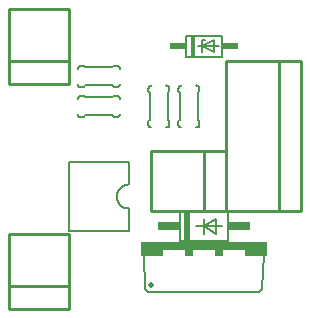
<source format=gto>
G75*
%MOIN*%
%OFA0B0*%
%FSLAX25Y25*%
%IPPOS*%
%LPD*%
%AMOC8*
5,1,8,0,0,1.08239X$1,22.5*
%
%ADD10C,0.00600*%
%ADD11R,0.01500X0.07000*%
%ADD12R,0.05500X0.02000*%
%ADD13C,0.01000*%
%ADD14C,0.02000*%
%ADD15R,0.42000X0.03000*%
%ADD16R,0.07500X0.02000*%
%ADD17R,0.03000X0.02000*%
%ADD18R,0.02000X0.10000*%
%ADD19R,0.07500X0.03000*%
D10*
X0138500Y0225000D02*
X0137500Y0226000D01*
X0137000Y0237500D01*
X0132000Y0245500D02*
X0132000Y0253000D01*
X0131874Y0253002D01*
X0131749Y0253008D01*
X0131624Y0253018D01*
X0131499Y0253032D01*
X0131374Y0253049D01*
X0131250Y0253071D01*
X0131127Y0253096D01*
X0131005Y0253126D01*
X0130884Y0253159D01*
X0130764Y0253196D01*
X0130645Y0253236D01*
X0130528Y0253281D01*
X0130411Y0253329D01*
X0130297Y0253381D01*
X0130184Y0253436D01*
X0130073Y0253495D01*
X0129964Y0253557D01*
X0129857Y0253623D01*
X0129752Y0253692D01*
X0129649Y0253764D01*
X0129548Y0253839D01*
X0129450Y0253918D01*
X0129355Y0254000D01*
X0129262Y0254084D01*
X0129172Y0254172D01*
X0129084Y0254262D01*
X0129000Y0254355D01*
X0128918Y0254450D01*
X0128839Y0254548D01*
X0128764Y0254649D01*
X0128692Y0254752D01*
X0128623Y0254857D01*
X0128557Y0254964D01*
X0128495Y0255073D01*
X0128436Y0255184D01*
X0128381Y0255297D01*
X0128329Y0255411D01*
X0128281Y0255528D01*
X0128236Y0255645D01*
X0128196Y0255764D01*
X0128159Y0255884D01*
X0128126Y0256005D01*
X0128096Y0256127D01*
X0128071Y0256250D01*
X0128049Y0256374D01*
X0128032Y0256499D01*
X0128018Y0256624D01*
X0128008Y0256749D01*
X0128002Y0256874D01*
X0128000Y0257000D01*
X0128002Y0257126D01*
X0128008Y0257251D01*
X0128018Y0257376D01*
X0128032Y0257501D01*
X0128049Y0257626D01*
X0128071Y0257750D01*
X0128096Y0257873D01*
X0128126Y0257995D01*
X0128159Y0258116D01*
X0128196Y0258236D01*
X0128236Y0258355D01*
X0128281Y0258472D01*
X0128329Y0258589D01*
X0128381Y0258703D01*
X0128436Y0258816D01*
X0128495Y0258927D01*
X0128557Y0259036D01*
X0128623Y0259143D01*
X0128692Y0259248D01*
X0128764Y0259351D01*
X0128839Y0259452D01*
X0128918Y0259550D01*
X0129000Y0259645D01*
X0129084Y0259738D01*
X0129172Y0259828D01*
X0129262Y0259916D01*
X0129355Y0260000D01*
X0129450Y0260082D01*
X0129548Y0260161D01*
X0129649Y0260236D01*
X0129752Y0260308D01*
X0129857Y0260377D01*
X0129964Y0260443D01*
X0130073Y0260505D01*
X0130184Y0260564D01*
X0130297Y0260619D01*
X0130411Y0260671D01*
X0130528Y0260719D01*
X0130645Y0260764D01*
X0130764Y0260804D01*
X0130884Y0260841D01*
X0131005Y0260874D01*
X0131127Y0260904D01*
X0131250Y0260929D01*
X0131374Y0260951D01*
X0131499Y0260968D01*
X0131624Y0260982D01*
X0131749Y0260992D01*
X0131874Y0260998D01*
X0132000Y0261000D01*
X0132000Y0268500D01*
X0112000Y0268500D01*
X0112000Y0245500D01*
X0132000Y0245500D01*
X0149000Y0242000D02*
X0149000Y0252000D01*
X0165000Y0252000D01*
X0165000Y0242000D01*
X0149000Y0242000D01*
X0154500Y0247000D02*
X0157000Y0247000D01*
X0157000Y0244500D01*
X0157000Y0247000D02*
X0157000Y0249500D01*
X0157000Y0247000D02*
X0161000Y0249500D01*
X0161000Y0244500D01*
X0157000Y0247000D01*
X0163000Y0247000D01*
X0177000Y0237500D02*
X0176500Y0226000D01*
X0175500Y0225000D01*
X0138500Y0225000D01*
X0138500Y0281000D02*
X0138500Y0282000D01*
X0139000Y0282500D01*
X0139000Y0291500D01*
X0138500Y0292000D01*
X0138500Y0293000D01*
X0138502Y0293060D01*
X0138507Y0293121D01*
X0138516Y0293180D01*
X0138529Y0293239D01*
X0138545Y0293298D01*
X0138565Y0293355D01*
X0138588Y0293410D01*
X0138615Y0293465D01*
X0138644Y0293517D01*
X0138677Y0293568D01*
X0138713Y0293617D01*
X0138751Y0293663D01*
X0138793Y0293707D01*
X0138837Y0293749D01*
X0138883Y0293787D01*
X0138932Y0293823D01*
X0138983Y0293856D01*
X0139035Y0293885D01*
X0139090Y0293912D01*
X0139145Y0293935D01*
X0139202Y0293955D01*
X0139261Y0293971D01*
X0139320Y0293984D01*
X0139379Y0293993D01*
X0139440Y0293998D01*
X0139500Y0294000D01*
X0144500Y0294000D02*
X0144560Y0293998D01*
X0144621Y0293993D01*
X0144680Y0293984D01*
X0144739Y0293971D01*
X0144798Y0293955D01*
X0144855Y0293935D01*
X0144910Y0293912D01*
X0144965Y0293885D01*
X0145017Y0293856D01*
X0145068Y0293823D01*
X0145117Y0293787D01*
X0145163Y0293749D01*
X0145207Y0293707D01*
X0145249Y0293663D01*
X0145287Y0293617D01*
X0145323Y0293568D01*
X0145356Y0293517D01*
X0145385Y0293465D01*
X0145412Y0293410D01*
X0145435Y0293355D01*
X0145455Y0293298D01*
X0145471Y0293239D01*
X0145484Y0293180D01*
X0145493Y0293121D01*
X0145498Y0293060D01*
X0145500Y0293000D01*
X0145500Y0292000D01*
X0145000Y0291500D01*
X0145000Y0282500D01*
X0145500Y0282000D01*
X0145500Y0281000D01*
X0145498Y0280940D01*
X0145493Y0280879D01*
X0145484Y0280820D01*
X0145471Y0280761D01*
X0145455Y0280702D01*
X0145435Y0280645D01*
X0145412Y0280590D01*
X0145385Y0280535D01*
X0145356Y0280483D01*
X0145323Y0280432D01*
X0145287Y0280383D01*
X0145249Y0280337D01*
X0145207Y0280293D01*
X0145163Y0280251D01*
X0145117Y0280213D01*
X0145068Y0280177D01*
X0145017Y0280144D01*
X0144965Y0280115D01*
X0144910Y0280088D01*
X0144855Y0280065D01*
X0144798Y0280045D01*
X0144739Y0280029D01*
X0144680Y0280016D01*
X0144621Y0280007D01*
X0144560Y0280002D01*
X0144500Y0280000D01*
X0148500Y0281000D02*
X0148500Y0282000D01*
X0149000Y0282500D01*
X0149000Y0291500D01*
X0148500Y0292000D01*
X0148500Y0293000D01*
X0148502Y0293060D01*
X0148507Y0293121D01*
X0148516Y0293180D01*
X0148529Y0293239D01*
X0148545Y0293298D01*
X0148565Y0293355D01*
X0148588Y0293410D01*
X0148615Y0293465D01*
X0148644Y0293517D01*
X0148677Y0293568D01*
X0148713Y0293617D01*
X0148751Y0293663D01*
X0148793Y0293707D01*
X0148837Y0293749D01*
X0148883Y0293787D01*
X0148932Y0293823D01*
X0148983Y0293856D01*
X0149035Y0293885D01*
X0149090Y0293912D01*
X0149145Y0293935D01*
X0149202Y0293955D01*
X0149261Y0293971D01*
X0149320Y0293984D01*
X0149379Y0293993D01*
X0149440Y0293998D01*
X0149500Y0294000D01*
X0154500Y0294000D02*
X0154560Y0293998D01*
X0154621Y0293993D01*
X0154680Y0293984D01*
X0154739Y0293971D01*
X0154798Y0293955D01*
X0154855Y0293935D01*
X0154910Y0293912D01*
X0154965Y0293885D01*
X0155017Y0293856D01*
X0155068Y0293823D01*
X0155117Y0293787D01*
X0155163Y0293749D01*
X0155207Y0293707D01*
X0155249Y0293663D01*
X0155287Y0293617D01*
X0155323Y0293568D01*
X0155356Y0293517D01*
X0155385Y0293465D01*
X0155412Y0293410D01*
X0155435Y0293355D01*
X0155455Y0293298D01*
X0155471Y0293239D01*
X0155484Y0293180D01*
X0155493Y0293121D01*
X0155498Y0293060D01*
X0155500Y0293000D01*
X0155500Y0292000D01*
X0155000Y0291500D01*
X0155000Y0282500D01*
X0155500Y0282000D01*
X0155500Y0281000D01*
X0155498Y0280940D01*
X0155493Y0280879D01*
X0155484Y0280820D01*
X0155471Y0280761D01*
X0155455Y0280702D01*
X0155435Y0280645D01*
X0155412Y0280590D01*
X0155385Y0280535D01*
X0155356Y0280483D01*
X0155323Y0280432D01*
X0155287Y0280383D01*
X0155249Y0280337D01*
X0155207Y0280293D01*
X0155163Y0280251D01*
X0155117Y0280213D01*
X0155068Y0280177D01*
X0155017Y0280144D01*
X0154965Y0280115D01*
X0154910Y0280088D01*
X0154855Y0280065D01*
X0154798Y0280045D01*
X0154739Y0280029D01*
X0154680Y0280016D01*
X0154621Y0280007D01*
X0154560Y0280002D01*
X0154500Y0280000D01*
X0149500Y0280000D02*
X0149440Y0280002D01*
X0149379Y0280007D01*
X0149320Y0280016D01*
X0149261Y0280029D01*
X0149202Y0280045D01*
X0149145Y0280065D01*
X0149090Y0280088D01*
X0149035Y0280115D01*
X0148983Y0280144D01*
X0148932Y0280177D01*
X0148883Y0280213D01*
X0148837Y0280251D01*
X0148793Y0280293D01*
X0148751Y0280337D01*
X0148713Y0280383D01*
X0148677Y0280432D01*
X0148644Y0280483D01*
X0148615Y0280535D01*
X0148588Y0280590D01*
X0148565Y0280645D01*
X0148545Y0280702D01*
X0148529Y0280761D01*
X0148516Y0280820D01*
X0148507Y0280879D01*
X0148502Y0280940D01*
X0148500Y0281000D01*
X0139500Y0280000D02*
X0139440Y0280002D01*
X0139379Y0280007D01*
X0139320Y0280016D01*
X0139261Y0280029D01*
X0139202Y0280045D01*
X0139145Y0280065D01*
X0139090Y0280088D01*
X0139035Y0280115D01*
X0138983Y0280144D01*
X0138932Y0280177D01*
X0138883Y0280213D01*
X0138837Y0280251D01*
X0138793Y0280293D01*
X0138751Y0280337D01*
X0138713Y0280383D01*
X0138677Y0280432D01*
X0138644Y0280483D01*
X0138615Y0280535D01*
X0138588Y0280590D01*
X0138565Y0280645D01*
X0138545Y0280702D01*
X0138529Y0280761D01*
X0138516Y0280820D01*
X0138507Y0280879D01*
X0138502Y0280940D01*
X0138500Y0281000D01*
X0128000Y0283500D02*
X0127000Y0283500D01*
X0126500Y0284000D01*
X0117500Y0284000D01*
X0117000Y0283500D01*
X0116000Y0283500D01*
X0115940Y0283502D01*
X0115879Y0283507D01*
X0115820Y0283516D01*
X0115761Y0283529D01*
X0115702Y0283545D01*
X0115645Y0283565D01*
X0115590Y0283588D01*
X0115535Y0283615D01*
X0115483Y0283644D01*
X0115432Y0283677D01*
X0115383Y0283713D01*
X0115337Y0283751D01*
X0115293Y0283793D01*
X0115251Y0283837D01*
X0115213Y0283883D01*
X0115177Y0283932D01*
X0115144Y0283983D01*
X0115115Y0284035D01*
X0115088Y0284090D01*
X0115065Y0284145D01*
X0115045Y0284202D01*
X0115029Y0284261D01*
X0115016Y0284320D01*
X0115007Y0284379D01*
X0115002Y0284440D01*
X0115000Y0284500D01*
X0115000Y0289500D02*
X0115002Y0289560D01*
X0115007Y0289621D01*
X0115016Y0289680D01*
X0115029Y0289739D01*
X0115045Y0289798D01*
X0115065Y0289855D01*
X0115088Y0289910D01*
X0115115Y0289965D01*
X0115144Y0290017D01*
X0115177Y0290068D01*
X0115213Y0290117D01*
X0115251Y0290163D01*
X0115293Y0290207D01*
X0115337Y0290249D01*
X0115383Y0290287D01*
X0115432Y0290323D01*
X0115483Y0290356D01*
X0115535Y0290385D01*
X0115590Y0290412D01*
X0115645Y0290435D01*
X0115702Y0290455D01*
X0115761Y0290471D01*
X0115820Y0290484D01*
X0115879Y0290493D01*
X0115940Y0290498D01*
X0116000Y0290500D01*
X0117000Y0290500D01*
X0117500Y0290000D01*
X0126500Y0290000D01*
X0127000Y0290500D01*
X0128000Y0290500D01*
X0128060Y0290498D01*
X0128121Y0290493D01*
X0128180Y0290484D01*
X0128239Y0290471D01*
X0128298Y0290455D01*
X0128355Y0290435D01*
X0128410Y0290412D01*
X0128465Y0290385D01*
X0128517Y0290356D01*
X0128568Y0290323D01*
X0128617Y0290287D01*
X0128663Y0290249D01*
X0128707Y0290207D01*
X0128749Y0290163D01*
X0128787Y0290117D01*
X0128823Y0290068D01*
X0128856Y0290017D01*
X0128885Y0289965D01*
X0128912Y0289910D01*
X0128935Y0289855D01*
X0128955Y0289798D01*
X0128971Y0289739D01*
X0128984Y0289680D01*
X0128993Y0289621D01*
X0128998Y0289560D01*
X0129000Y0289500D01*
X0128000Y0293500D02*
X0127000Y0293500D01*
X0126500Y0294000D01*
X0117500Y0294000D01*
X0117000Y0293500D01*
X0116000Y0293500D01*
X0115940Y0293502D01*
X0115879Y0293507D01*
X0115820Y0293516D01*
X0115761Y0293529D01*
X0115702Y0293545D01*
X0115645Y0293565D01*
X0115590Y0293588D01*
X0115535Y0293615D01*
X0115483Y0293644D01*
X0115432Y0293677D01*
X0115383Y0293713D01*
X0115337Y0293751D01*
X0115293Y0293793D01*
X0115251Y0293837D01*
X0115213Y0293883D01*
X0115177Y0293932D01*
X0115144Y0293983D01*
X0115115Y0294035D01*
X0115088Y0294090D01*
X0115065Y0294145D01*
X0115045Y0294202D01*
X0115029Y0294261D01*
X0115016Y0294320D01*
X0115007Y0294379D01*
X0115002Y0294440D01*
X0115000Y0294500D01*
X0115000Y0299500D02*
X0115002Y0299560D01*
X0115007Y0299621D01*
X0115016Y0299680D01*
X0115029Y0299739D01*
X0115045Y0299798D01*
X0115065Y0299855D01*
X0115088Y0299910D01*
X0115115Y0299965D01*
X0115144Y0300017D01*
X0115177Y0300068D01*
X0115213Y0300117D01*
X0115251Y0300163D01*
X0115293Y0300207D01*
X0115337Y0300249D01*
X0115383Y0300287D01*
X0115432Y0300323D01*
X0115483Y0300356D01*
X0115535Y0300385D01*
X0115590Y0300412D01*
X0115645Y0300435D01*
X0115702Y0300455D01*
X0115761Y0300471D01*
X0115820Y0300484D01*
X0115879Y0300493D01*
X0115940Y0300498D01*
X0116000Y0300500D01*
X0117000Y0300500D01*
X0117500Y0300000D01*
X0126500Y0300000D01*
X0127000Y0300500D01*
X0128000Y0300500D01*
X0128060Y0300498D01*
X0128121Y0300493D01*
X0128180Y0300484D01*
X0128239Y0300471D01*
X0128298Y0300455D01*
X0128355Y0300435D01*
X0128410Y0300412D01*
X0128465Y0300385D01*
X0128517Y0300356D01*
X0128568Y0300323D01*
X0128617Y0300287D01*
X0128663Y0300249D01*
X0128707Y0300207D01*
X0128749Y0300163D01*
X0128787Y0300117D01*
X0128823Y0300068D01*
X0128856Y0300017D01*
X0128885Y0299965D01*
X0128912Y0299910D01*
X0128935Y0299855D01*
X0128955Y0299798D01*
X0128971Y0299739D01*
X0128984Y0299680D01*
X0128993Y0299621D01*
X0128998Y0299560D01*
X0129000Y0299500D01*
X0129000Y0294500D02*
X0128998Y0294440D01*
X0128993Y0294379D01*
X0128984Y0294320D01*
X0128971Y0294261D01*
X0128955Y0294202D01*
X0128935Y0294145D01*
X0128912Y0294090D01*
X0128885Y0294035D01*
X0128856Y0293983D01*
X0128823Y0293932D01*
X0128787Y0293883D01*
X0128749Y0293837D01*
X0128707Y0293793D01*
X0128663Y0293751D01*
X0128617Y0293713D01*
X0128568Y0293677D01*
X0128517Y0293644D01*
X0128465Y0293615D01*
X0128410Y0293588D01*
X0128355Y0293565D01*
X0128298Y0293545D01*
X0128239Y0293529D01*
X0128180Y0293516D01*
X0128121Y0293507D01*
X0128060Y0293502D01*
X0128000Y0293500D01*
X0129000Y0284500D02*
X0128998Y0284440D01*
X0128993Y0284379D01*
X0128984Y0284320D01*
X0128971Y0284261D01*
X0128955Y0284202D01*
X0128935Y0284145D01*
X0128912Y0284090D01*
X0128885Y0284035D01*
X0128856Y0283983D01*
X0128823Y0283932D01*
X0128787Y0283883D01*
X0128749Y0283837D01*
X0128707Y0283793D01*
X0128663Y0283751D01*
X0128617Y0283713D01*
X0128568Y0283677D01*
X0128517Y0283644D01*
X0128465Y0283615D01*
X0128410Y0283588D01*
X0128355Y0283565D01*
X0128298Y0283545D01*
X0128239Y0283529D01*
X0128180Y0283516D01*
X0128121Y0283507D01*
X0128060Y0283502D01*
X0128000Y0283500D01*
X0151000Y0303500D02*
X0151000Y0310500D01*
X0163000Y0310500D01*
X0163000Y0303500D01*
X0151000Y0303500D01*
X0155000Y0307000D02*
X0156500Y0307000D01*
X0156500Y0309000D01*
X0157500Y0309000D01*
X0156500Y0307000D02*
X0156500Y0305000D01*
X0156500Y0307000D02*
X0160500Y0309000D01*
X0160500Y0305000D01*
X0156500Y0307000D01*
X0162000Y0307000D01*
D11*
X0153250Y0307000D03*
D12*
X0148250Y0307000D03*
X0165750Y0307000D03*
D13*
X0092000Y0227000D02*
X0092000Y0219500D01*
X0112000Y0219500D01*
X0112000Y0227000D01*
X0092000Y0227000D01*
X0092000Y0244500D01*
X0112000Y0244500D01*
X0112000Y0227000D01*
X0139500Y0252000D02*
X0139500Y0272000D01*
X0157000Y0272000D01*
X0157000Y0252000D01*
X0139500Y0252000D01*
X0157000Y0252000D02*
X0164500Y0252000D01*
X0164500Y0272000D01*
X0157000Y0272000D01*
X0164500Y0252000D02*
X0164500Y0302000D01*
X0182000Y0302000D01*
X0182000Y0252000D01*
X0164500Y0252000D01*
X0182000Y0252000D02*
X0189500Y0252000D01*
X0189500Y0302000D01*
X0182000Y0302000D01*
X0112000Y0302000D02*
X0112000Y0294500D01*
X0092000Y0294500D01*
X0092000Y0302000D01*
X0112000Y0302000D01*
X0112000Y0319500D01*
X0092000Y0319500D01*
X0092000Y0302000D01*
D14*
X0139300Y0227400D03*
D15*
X0157000Y0240500D03*
D16*
X0139750Y0238000D03*
X0174250Y0238000D03*
D17*
X0162000Y0238000D03*
X0152000Y0238000D03*
D18*
X0151500Y0247000D03*
D19*
X0145250Y0247000D03*
X0168750Y0247000D03*
M02*

</source>
